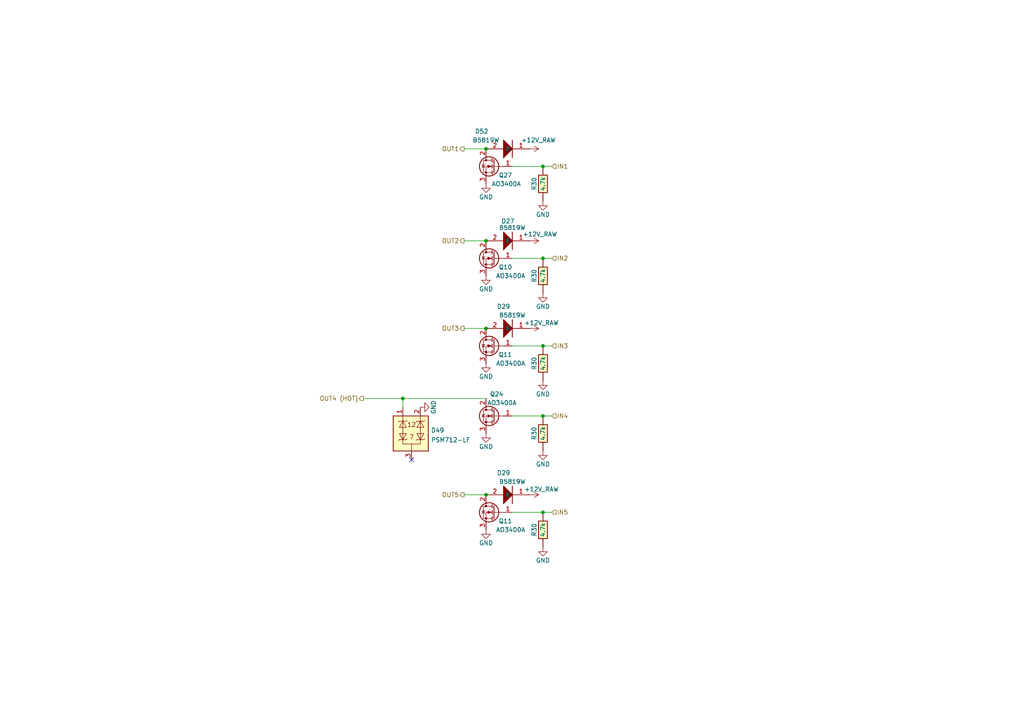
<source format=kicad_sch>
(kicad_sch (version 20230121) (generator eeschema)
  (paper "A4")
  (lib_symbols
    (symbol "hellen-one-common:+12V_RAW" (power) (pin_names (offset 0))
      (property "Value" "+12V_RAW" (at 0 3.556 0))
      (symbol "+12V_RAW_0_1"
        (polyline (pts (xy -0.762 1.27) (xy 0 2.54)))
        (polyline (pts (xy 0 0) (xy 0 2.54)))
        (polyline (pts (xy 0 2.54) (xy 0.762 1.27)))
      )
      (symbol "+12V_RAW_1_1"
        (pin power_in line (at 0 0 90) (length 0) hide (name "+12V_RAW") (number "1"))
      )
    )
    (symbol "hellen-one-common:1N4148WS"
      (property "Reference" "D" (at 0 2.54 0))
      (property "Value" "1N4148WS" (at 0 -3.81 0))
      (symbol "1N4148WS_1_0"
        (polyline (pts (xy 2.54 2.54) (xy 2.54 -2.54)) (stroke (width 0.254)))
        (polyline (pts (xy 0 -2.54) (xy 2.54 0) (xy 0 2.54) (xy 0 -2.54)) (stroke (width 0.254)) (fill (type outline)))
        (pin passive line (at 7.62 0 180) (length 5.08) (name "K") (number "1"))
        (pin passive line (at -5.08 0 0) (length 5.08) (name "A") (number "2"))
      )
    )
    (symbol "hellen-one-common:MOSFET-N" (pin_names hide)
      (property "Reference" "Q" (at 5.08 6.35 0))
      (property "Value" "MOSFET-N" (at 2.54 3.81 0))
      (symbol "MOSFET-N_0_1"
        (polyline (pts (xy 0.254 0) (xy -2.54 0)))
        (polyline (pts (xy 0.254 1.905) (xy 0.254 -1.905)) (stroke (width 0.254)))
        (polyline (pts (xy 0.762 -1.27) (xy 0.762 -2.286)) (stroke (width 0.254)))
        (polyline (pts (xy 0.762 0.508) (xy 0.762 -0.508)) (stroke (width 0.254)))
        (polyline (pts (xy 0.762 2.286) (xy 0.762 1.27)) (stroke (width 0.254)))
        (polyline (pts (xy 2.54 2.54) (xy 2.54 1.778)))
        (polyline (pts (xy 2.54 -2.54) (xy 2.54 0) (xy 0.762 0)))
        (polyline (pts (xy 0.762 -1.778) (xy 3.302 -1.778) (xy 3.302 1.778) (xy 0.762 1.778)))
        (polyline (pts (xy 1.016 0) (xy 2.032 0.381) (xy 2.032 -0.381) (xy 1.016 0)) (fill (type outline)))
        (polyline (pts (xy 2.794 0.508) (xy 2.921 0.381) (xy 3.683 0.381) (xy 3.81 0.254)))
        (polyline (pts (xy 3.302 0.381) (xy 2.921 -0.254) (xy 3.683 -0.254) (xy 3.302 0.381)))
        (circle (center 1.651 0) (radius 2.794) (stroke (width 0.254)))
        (circle (center 2.54 -1.778) (radius 0.254) (fill (type outline)))
        (circle (center 2.54 1.778) (radius 0.254) (fill (type outline)))
      )
      (symbol "MOSFET-N_1_1"
        (pin input line (at -5.08 0 0) (length 2.54) (name "G") (number "1"))
        (pin passive line (at 2.54 5.08 270) (length 2.54) (name "D") (number "2"))
        (pin passive line (at 2.54 -5.08 90) (length 2.54) (name "S") (number "3"))
      )
    )
    (symbol "hellen-one-common:PSM712"
      (property "Reference" "D?" (at 3.302 0.9085 0))
      (property "Value" "PSM712" (at 3.302 -1.8666 0))
      (symbol "PSM712_0_0"
        (text "12" (at -2.286 2.54 0) (effects (font (size 1.27 1.27))))
        (text "7" (at -2.286 -1.016 0) (effects (font (size 1.27 1.27))))
      )
      (symbol "PSM712_0_1"
        (rectangle (start -7.62 5.08) (end 2.54 -5.08) (stroke (width 0.254)) (fill (type background)))
        (polyline (pts (xy -4.826 5.08) (xy -4.826 -3.048) (xy -2.286 -3.048)) (stroke (width 0.1524)))
        (polyline (pts (xy -6.096 3.302) (xy -5.842 3.556) (xy -3.81 3.556) (xy -3.556 3.81)) (stroke (width 0.1524)))
        (polyline (pts (xy -4.826 -1.778) (xy -3.81 0) (xy -5.842 0) (xy -4.826 -1.778)) (stroke (width 0.1524)))
        (polyline (pts (xy -4.826 3.556) (xy -5.842 1.778) (xy -3.81 1.778) (xy -4.826 3.556)) (stroke (width 0.1524)))
        (polyline (pts (xy -3.556 -1.524) (xy -3.81 -1.778) (xy -5.842 -1.778) (xy -6.096 -2.032)) (stroke (width 0.1524)))
        (polyline (pts (xy -1.016 3.302) (xy -0.762 3.556) (xy 1.27 3.556) (xy 1.524 3.81)) (stroke (width 0.1524)))
        (polyline (pts (xy 0.254 -1.778) (xy 1.27 0) (xy -0.762 0) (xy 0.254 -1.778)) (stroke (width 0.1524)))
        (polyline (pts (xy 0.254 3.556) (xy -0.762 1.778) (xy 1.27 1.778) (xy 0.254 3.556)) (stroke (width 0.1524)))
        (polyline (pts (xy 0.254 5.08) (xy 0.254 -3.048) (xy -2.286 -3.048) (xy -2.286 -5.08)) (stroke (width 0.1524)))
        (polyline (pts (xy 1.524 -1.524) (xy 1.27 -1.778) (xy -0.762 -1.778) (xy -1.016 -2.032)) (stroke (width 0.1524)))
      )
      (symbol "PSM712_1_1"
        (pin passive line (at -4.826 7.62 270) (length 2.54) (name "") (number "1"))
        (pin passive line (at 0.254 7.62 270) (length 2.54) (name "") (number "2"))
        (pin passive line (at -2.286 -7.62 90) (length 2.54) (name "") (number "3"))
      )
    )
    (symbol "hellen-one-common:Res" (pin_numbers hide)
      (property "Reference" "R" (at 3.81 2.54 0))
      (property "Value" "Res" (at 5.08 -2.54 0))
      (symbol "Res_1_0"
        (rectangle (start 2.54 -1.27) (end 7.62 1.27) (stroke (width 0.254)) (fill (type background)))
        (pin passive line (at 0 0 0) (length 2.54) (name "") (number "1"))
        (pin passive line (at 10.16 0 180) (length 2.54) (name "") (number "2"))
      )
    )
    (symbol "power:GND" (power) (pin_names (offset 0))
      (property "Value" "GND" (at 0 -3.81 0))
      (symbol "GND_0_1"
        (polyline (pts (xy 0 0) (xy 0 -1.27) (xy 1.27 -1.27) (xy 0 -2.54) (xy -1.27 -1.27) (xy 0 -1.27)))
      )
      (symbol "GND_1_1"
        (pin power_in line (at 0 0 270) (length 0) hide (name "GND") (number "1"))
      )
    )
  )
  (junction (at 116.84 115.57))
  (junction (at 140.97 43.18))
  (junction (at 140.97 143.51))
  (junction (at 157.48 148.59))
  (junction (at 157.48 100.33))
  (junction (at 140.97 69.85))
  (junction (at 157.48 74.93))
  (junction (at 157.48 120.65))
  (junction (at 157.48 48.26))
  (junction (at 140.97 95.25))
  (no_connect (at 119.38 133.35))
  (wire (pts (xy 148.59 48.26) (xy 157.48 48.26)))
  (wire (pts (xy 157.48 74.93) (xy 160.02 74.93)))
  (wire (pts (xy 134.62 43.18) (xy 140.97 43.18)))
  (wire (pts (xy 134.62 69.85) (xy 140.97 69.85)))
  (wire (pts (xy 148.59 74.93) (xy 157.48 74.93)))
  (wire (pts (xy 157.48 120.65) (xy 160.02 120.65)))
  (wire (pts (xy 134.62 143.51) (xy 140.97 143.51)))
  (wire (pts (xy 116.84 115.57) (xy 140.97 115.57)))
  (wire (pts (xy 157.48 148.59) (xy 160.02 148.59)))
  (wire (pts (xy 116.84 115.57) (xy 116.84 118.11)))
  (wire (pts (xy 105.41 115.57) (xy 116.84 115.57)))
  (wire (pts (xy 134.62 95.25) (xy 140.97 95.25)))
  (wire (pts (xy 148.59 100.33) (xy 157.48 100.33)))
  (wire (pts (xy 148.59 148.59) (xy 157.48 148.59)))
  (wire (pts (xy 157.48 48.26) (xy 160.02 48.26)))
  (wire (pts (xy 157.48 100.33) (xy 160.02 100.33)))
  (wire (pts (xy 148.59 120.65) (xy 157.48 120.65)))
  (hierarchical_label "OUT1" (shape output) (at 134.62 43.18 180))
  (hierarchical_label "IN5" (shape input) (at 160.02 148.59 0))
  (hierarchical_label "IN3" (shape input) (at 160.02 100.33 0))
  (hierarchical_label "OUT5" (shape output) (at 134.62 143.51 180))
  (hierarchical_label "OUT4 (HOT)" (shape output) (at 105.41 115.57 180))
  (hierarchical_label "OUT3" (shape output) (at 134.62 95.25 180))
  (hierarchical_label "IN4" (shape input) (at 160.02 120.65 0))
  (hierarchical_label "IN1" (shape input) (at 160.02 48.26 0))
  (hierarchical_label "OUT2" (shape output) (at 134.62 69.85 180))
  (hierarchical_label "IN2" (shape input) (at 160.02 74.93 0))
  (symbol (lib_id "hellen-one-common:Res") (at 157.48 148.59 90) (mirror x) (unit 1)
    (property "Reference" "R30" (at 154.94 153.67 0))
    (property "Value" "4.7k" (at 157.48 153.67 0))
    (property "Footprint" "hellen-one-common:R0603" (effects hide))
    (property "LCSC" "C23162" (effects hide))
    (instances (project "alphax_8ch" (path "" (reference "R30") (unit 1)) (path "" (reference "R69") (unit 1))))
  )
  (symbol (lib_id "hellen-one-common:+12V_RAW") (at 153.67 143.51 270) (mirror x) (unit 1)
    (property "Reference" "#PWR069" (effects hide))
    (property "Value" "+12V_RAW" (at 152.005 141.9091 90) (effects (justify left)))
    (instances (project "alphax_8ch" (path "" (reference "#PWR069") (unit 1)) (path "" (reference "#PWR0161") (unit 1))))
  )
  (symbol (lib_id "hellen-one-common:Res") (at 157.48 100.33 90) (mirror x) (unit 1)
    (property "Reference" "R30" (at 154.94 105.41 0))
    (property "Value" "4.7k" (at 157.48 105.41 0))
    (property "Footprint" "hellen-one-common:R0603" (effects hide))
    (property "LCSC" "C23162" (effects hide))
    (instances (project "alphax_8ch" (path "" (reference "R30") (unit 1)) (path "" (reference "R67") (unit 1))))
  )
  (symbol (lib_id "power:GND") (at 121.92 118.11 90) (mirror x) (unit 1)
    (property "Reference" "#PWR0140" (effects hide))
    (property "Value" "GND" (at 125.73 118.11 0))
    (instances (project "alphax_8ch" (path "" (reference "#PWR0140") (unit 1)) (path "" (reference "#PWR0152") (unit 1))))
  )
  (symbol (lib_id "hellen-one-common:1N4148WS") (at 146.05 69.85 0) (unit 1)
    (property "Reference" "D27" (at 147.32 64.135 0))
    (property "Value" "B5819W" (at 148.59 66.04 0))
    (property "Footprint" "hellen-one-common:SOD-123" (effects hide))
    (property "LCSC" "C8598" (effects hide))
    (instances (project "alphax_8ch" (path "" (reference "D27") (unit 1)) (path "" (reference "D91") (unit 1))))
  )
  (symbol (lib_id "power:GND") (at 157.48 58.42 0) (unit 1)
    (property "Reference" "#PWR035" (effects hide))
    (property "Value" "GND" (at 157.48 62.23 0))
    (instances (project "alphax_8ch" (path "" (reference "#PWR035") (unit 1)) (path "" (reference "#PWR0162") (unit 1))))
  )
  (symbol (lib_id "power:GND") (at 140.97 53.34 0) (mirror y) (unit 1)
    (property "Reference" "#PWR0122" (effects hide))
    (property "Value" "GND" (at 140.97 57.15 0))
    (instances (project "alphax_8ch" (path "" (reference "#PWR0122") (unit 1)) (path "" (reference "#PWR0153") (unit 1))))
  )
  (symbol (lib_id "hellen-one-common:Res") (at 157.48 48.26 90) (mirror x) (unit 1)
    (property "Reference" "R30" (at 154.94 53.34 0))
    (property "Value" "4.7k" (at 157.48 53.34 0))
    (property "Footprint" "hellen-one-common:R0603" (effects hide))
    (property "LCSC" "C23162" (effects hide))
    (instances (project "alphax_8ch" (path "" (reference "R30") (unit 1)) (path "" (reference "R65") (unit 1))))
  )
  (symbol (lib_id "hellen-one-common:Res") (at 157.48 74.93 90) (mirror x) (unit 1)
    (property "Reference" "R30" (at 154.94 80.01 0))
    (property "Value" "4.7k" (at 157.48 80.01 0))
    (property "Footprint" "hellen-one-common:R0603" (effects hide))
    (property "LCSC" "C23162" (effects hide))
    (instances (project "alphax_8ch" (path "" (reference "R30") (unit 1)) (path "" (reference "R66") (unit 1))))
  )
  (symbol (lib_id "power:GND") (at 140.97 80.01 0) (mirror y) (unit 1)
    (property "Reference" "#PWR042" (effects hide))
    (property "Value" "GND" (at 140.97 83.82 0))
    (instances (project "alphax_8ch" (path "" (reference "#PWR042") (unit 1)) (path "" (reference "#PWR0154") (unit 1))))
  )
  (symbol (lib_id "hellen-one-common:1N4148WS") (at 146.05 95.25 0) (unit 1)
    (property "Reference" "D29" (at 146.05 88.9 0))
    (property "Value" "B5819W" (at 148.59 91.44 0))
    (property "Footprint" "hellen-one-common:SOD-123" (effects hide))
    (property "LCSC" "C8598" (effects hide))
    (instances (project "alphax_8ch" (path "" (reference "D29") (unit 1)) (path "" (reference "D92") (unit 1))))
  )
  (symbol (lib_id "power:GND") (at 140.97 153.67 0) (mirror y) (unit 1)
    (property "Reference" "#PWR053" (effects hide))
    (property "Value" "GND" (at 140.97 157.48 0))
    (instances (project "alphax_8ch" (path "" (reference "#PWR053") (unit 1)) (path "" (reference "#PWR0157") (unit 1))))
  )
  (symbol (lib_id "hellen-one-common:MOSFET-N") (at 143.51 74.93 0) (mirror y) (unit 1)
    (property "Reference" "Q10" (at 148.59 77.47 0) (effects (justify left)))
    (property "Value" "AO3400A" (at 152.4 80.01 0) (effects (justify left)))
    (property "Footprint" "hellen-one-common:SOT-23" (effects hide))
    (property "LCSC" " C20917" (effects hide))
    (instances (project "alphax_8ch" (path "" (reference "Q10") (unit 1)) (path "" (reference "Q24") (unit 1))))
  )
  (symbol (lib_id "power:GND") (at 140.97 125.73 0) (mirror y) (unit 1)
    (property "Reference" "#PWR0123" (effects hide))
    (property "Value" "GND" (at 140.97 129.54 0))
    (instances (project "alphax_8ch" (path "" (reference "#PWR0123") (unit 1)) (path "" (reference "#PWR0156") (unit 1))))
  )
  (symbol (lib_id "power:GND") (at 157.48 158.75 0) (unit 1)
    (property "Reference" "#PWR035" (effects hide))
    (property "Value" "GND" (at 157.48 162.56 0))
    (instances (project "alphax_8ch" (path "" (reference "#PWR035") (unit 1)) (path "" (reference "#PWR0166") (unit 1))))
  )
  (symbol (lib_id "hellen-one-common:MOSFET-N") (at 143.51 48.26 0) (mirror y) (unit 1)
    (property "Reference" "Q27" (at 148.59 50.8 0) (effects (justify left)))
    (property "Value" "AO3400A" (at 151.13 53.34 0) (effects (justify left)))
    (property "Footprint" "hellen-one-common:SOT-23" (effects hide))
    (property "LCSC" " C20917" (effects hide))
    (instances (project "alphax_8ch" (path "" (reference "Q27") (unit 1)) (path "" (reference "Q23") (unit 1))))
  )
  (symbol (lib_id "power:GND") (at 157.48 110.49 0) (unit 1)
    (property "Reference" "#PWR035" (effects hide))
    (property "Value" "GND" (at 157.48 114.3 0))
    (instances (project "alphax_8ch" (path "" (reference "#PWR035") (unit 1)) (path "" (reference "#PWR0164") (unit 1))))
  )
  (symbol (lib_id "hellen-one-common:MOSFET-N") (at 143.51 120.65 0) (mirror y) (unit 1)
    (property "Reference" "Q24" (at 146.05 114.3 0) (effects (justify left)))
    (property "Value" "AO3400A" (at 149.86 116.84 0) (effects (justify left)))
    (property "Footprint" "hellen-one-common:SOT-23" (effects hide))
    (property "LCSC" " C20917" (effects hide))
    (instances (project "alphax_8ch" (path "" (reference "Q24") (unit 1)) (path "" (reference "Q26") (unit 1))))
  )
  (symbol (lib_id "hellen-one-common:1N4148WS") (at 146.05 43.18 0) (unit 1)
    (property "Reference" "D52" (at 139.7 38.1 0))
    (property "Value" "B5819W" (at 140.97 40.64 0))
    (property "Footprint" "hellen-one-common:SOD-123" (effects hide))
    (property "LCSC" "C8598" (effects hide))
    (instances (project "alphax_8ch" (path "" (reference "D52") (unit 1)) (path "" (reference "D90") (unit 1))))
  )
  (symbol (lib_id "power:GND") (at 157.48 85.09 0) (unit 1)
    (property "Reference" "#PWR035" (effects hide))
    (property "Value" "GND" (at 157.48 88.9 0))
    (instances (project "alphax_8ch" (path "" (reference "#PWR035") (unit 1)) (path "" (reference "#PWR0163") (unit 1))))
  )
  (symbol (lib_id "hellen-one-common:PSM712") (at 121.666 125.73 0) (unit 1)
    (property "Reference" "D49" (at 124.968 124.8215 0) (effects (justify left)))
    (property "Value" "PSM712-LF" (at 124.968 127.5966 0) (effects (justify left)))
    (property "Footprint" "hellen-one-common:SOT-23" (effects hide))
    (property "Datasheet" "https://datasheet.lcsc.com/lcsc/1811061632_ProTek-Devices-PSM712-LF-T7_C32677.pdf" (effects hide))
    (property "LCSC" "C32677" (effects hide))
    (instances (project "alphax_8ch" (path "" (reference "D49") (unit 1)) (path "" (reference "D82") (unit 1))))
  )
  (symbol (lib_id "hellen-one-common:+12V_RAW") (at 153.67 95.25 270) (mirror x) (unit 1)
    (property "Reference" "#PWR069" (effects hide))
    (property "Value" "+12V_RAW" (at 152.005 93.6491 90) (effects (justify left)))
    (instances (project "alphax_8ch" (path "" (reference "#PWR069") (unit 1)) (path "" (reference "#PWR0160") (unit 1))))
  )
  (symbol (lib_id "hellen-one-common:MOSFET-N") (at 143.51 148.59 0) (mirror y) (unit 1)
    (property "Reference" "Q11" (at 148.59 151.13 0) (effects (justify left)))
    (property "Value" "AO3400A" (at 152.4 153.67 0) (effects (justify left)))
    (property "Footprint" "hellen-one-common:SOT-23" (effects hide))
    (property "LCSC" " C20917" (effects hide))
    (instances (project "alphax_8ch" (path "" (reference "Q11") (unit 1)) (path "" (reference "Q27") (unit 1))))
  )
  (symbol (lib_id "power:GND") (at 140.97 105.41 0) (mirror y) (unit 1)
    (property "Reference" "#PWR053" (effects hide))
    (property "Value" "GND" (at 140.97 109.22 0))
    (instances (project "alphax_8ch" (path "" (reference "#PWR053") (unit 1)) (path "" (reference "#PWR0155") (unit 1))))
  )
  (symbol (lib_id "power:GND") (at 157.48 130.81 0) (unit 1)
    (property "Reference" "#PWR035" (effects hide))
    (property "Value" "GND" (at 157.48 134.62 0))
    (instances (project "alphax_8ch" (path "" (reference "#PWR035") (unit 1)) (path "" (reference "#PWR0165") (unit 1))))
  )
  (symbol (lib_id "hellen-one-common:1N4148WS") (at 146.05 143.51 0) (unit 1)
    (property "Reference" "D29" (at 146.05 137.16 0))
    (property "Value" "B5819W" (at 148.59 139.7 0))
    (property "Footprint" "hellen-one-common:SOD-123" (effects hide))
    (property "LCSC" "C8598" (effects hide))
    (instances (project "alphax_8ch" (path "" (reference "D29") (unit 1)) (path "" (reference "D93") (unit 1))))
  )
  (symbol (lib_id "hellen-one-common:MOSFET-N") (at 143.51 100.33 0) (mirror y) (unit 1)
    (property "Reference" "Q11" (at 148.59 102.87 0) (effects (justify left)))
    (property "Value" "AO3400A" (at 152.4 105.41 0) (effects (justify left)))
    (property "Footprint" "hellen-one-common:SOT-23" (effects hide))
    (property "LCSC" " C20917" (effects hide))
    (instances (project "alphax_8ch" (path "" (reference "Q11") (unit 1)) (path "" (reference "Q25") (unit 1))))
  )
  (symbol (lib_id "hellen-one-common:+12V_RAW") (at 153.67 43.18 270) (mirror x) (unit 1)
    (property "Reference" "#PWR0121" (effects hide))
    (property "Value" "+12V_RAW" (at 151.13 40.64 90) (effects (justify left)))
    (instances (project "alphax_8ch" (path "" (reference "#PWR0121") (unit 1)) (path "" (reference "#PWR0158") (unit 1))))
  )
  (symbol (lib_id "hellen-one-common:Res") (at 157.48 120.65 90) (mirror x) (unit 1)
    (property "Reference" "R30" (at 154.94 125.73 0))
    (property "Value" "4.7k" (at 157.48 125.73 0))
    (property "Footprint" "hellen-one-common:R0603" (effects hide))
    (property "LCSC" "C23162" (effects hide))
    (instances (project "alphax_8ch" (path "" (reference "R30") (unit 1)) (path "" (reference "R68") (unit 1))))
  )
  (symbol (lib_id "hellen-one-common:+12V_RAW") (at 153.67 69.85 270) (mirror x) (unit 1)
    (property "Reference" "#PWR049" (effects hide))
    (property "Value" "+12V_RAW" (at 151.5622 67.9384 90) (effects (justify left)))
    (instances (project "alphax_8ch" (path "" (reference "#PWR049") (unit 1)) (path "" (reference "#PWR0159") (unit 1))))
  )
)
</source>
